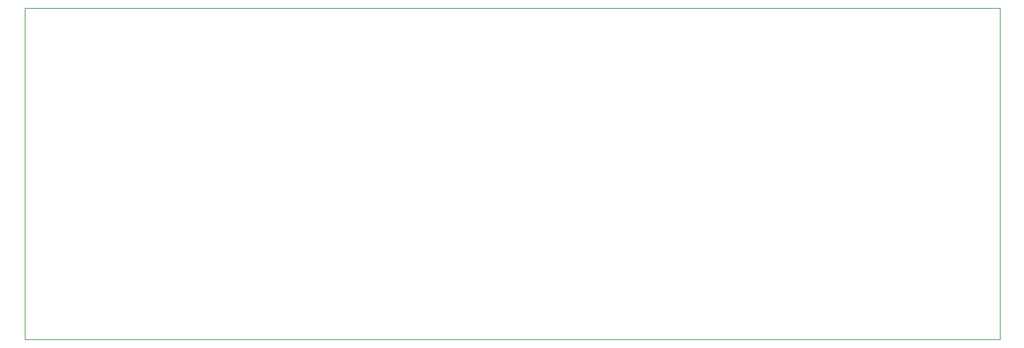
<source format=gbr>
G04 #@! TF.GenerationSoftware,KiCad,Pcbnew,(5.1.2)-2*
G04 #@! TF.CreationDate,2019-08-15T12:47:13-04:00*
G04 #@! TF.ProjectId,esp8266v1,65737038-3236-4367-9631-2e6b69636164,rev?*
G04 #@! TF.SameCoordinates,Original*
G04 #@! TF.FileFunction,Profile,NP*
%FSLAX46Y46*%
G04 Gerber Fmt 4.6, Leading zero omitted, Abs format (unit mm)*
G04 Created by KiCad (PCBNEW (5.1.2)-2) date 2019-08-15 12:47:13*
%MOMM*%
%LPD*%
G04 APERTURE LIST*
%ADD10C,0.050000*%
G04 APERTURE END LIST*
D10*
X95250000Y-78740000D02*
X95250000Y-36830000D01*
X218440000Y-78740000D02*
X95250000Y-78740000D01*
X218440000Y-36830000D02*
X218440000Y-78740000D01*
X95250000Y-36830000D02*
X218440000Y-36830000D01*
M02*

</source>
